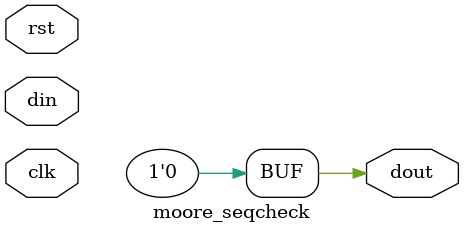
<source format=v>
`timescale 1ns / 1ps
/*
Moore sequence check 输出取决于当前状态  
*/
module moore_seqcheck(
    clk,
    rst,
	din,
	dout
    );

parameter	s0 = 3'b000,
			s1 = 3'b001,
			s2 = 3'b010,
			s3 = 3'b011,
			s4 = 3'b100;

input wire clk;
input wire rst;
input wire din;
output reg dout;

reg [1:0] pstate;
reg [1:0] nstate;

always@(posedge clk or negedge rst)
	if(!rst)
		pstate <= s0;
	else 
		pstate <= nstate;

always@(*)
	case(pstate)
		s0:
			if(din==1)
				nstate <= s1;
			else
				nstate <= s0;
		s1:
			if(din==1)
				nstate <= s2;
			else
				nstate <= s0;
		s2:
			if(din==0)
				nstate <= s3;
			else
				nstate <= s2;
		s3:
			if(din==1)
				nstate <= s4;
			else
				nstate <= s0;
		s4:
			if(din==0)
				nstate <= s0;
			else
				nstate <= s2;
		default: nstate <= s0;
	endcase 

always@(pstate)
	if(pstate == s4)
		dout <= 1'b1;
	else 
		dout <= 1'b0;


endmodule

</source>
